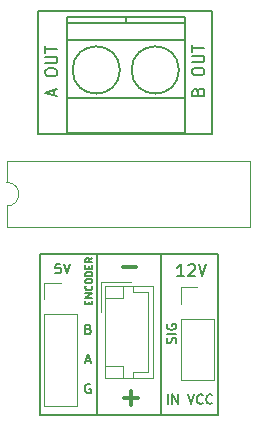
<source format=gto>
G04 #@! TF.FileFunction,Legend,Top*
%FSLAX46Y46*%
G04 Gerber Fmt 4.6, Leading zero omitted, Abs format (unit mm)*
G04 Created by KiCad (PCBNEW 4.0.6+dfsg1-1) date Mon Feb 26 15:43:31 2018*
%MOMM*%
%LPD*%
G01*
G04 APERTURE LIST*
%ADD10C,0.100000*%
%ADD11C,0.200000*%
%ADD12C,0.150000*%
%ADD13C,0.300000*%
%ADD14C,0.120000*%
G04 APERTURE END LIST*
D10*
D11*
X17856200Y34366200D02*
X3124200Y34366200D01*
X17856200Y23952200D02*
X17856200Y34366200D01*
X3124200Y23952200D02*
X17856200Y23952200D01*
X3124200Y34366200D02*
X3124200Y23952200D01*
X16641771Y27548105D02*
X16689390Y27690962D01*
X16737010Y27738581D01*
X16832248Y27786200D01*
X16975105Y27786200D01*
X17070343Y27738581D01*
X17117962Y27690962D01*
X17165581Y27595724D01*
X17165581Y27214771D01*
X16165581Y27214771D01*
X16165581Y27548105D01*
X16213200Y27643343D01*
X16260819Y27690962D01*
X16356057Y27738581D01*
X16451295Y27738581D01*
X16546533Y27690962D01*
X16594152Y27643343D01*
X16641771Y27548105D01*
X16641771Y27214771D01*
X16165581Y29167152D02*
X16165581Y29357629D01*
X16213200Y29452867D01*
X16308438Y29548105D01*
X16498914Y29595724D01*
X16832248Y29595724D01*
X17022724Y29548105D01*
X17117962Y29452867D01*
X17165581Y29357629D01*
X17165581Y29167152D01*
X17117962Y29071914D01*
X17022724Y28976676D01*
X16832248Y28929057D01*
X16498914Y28929057D01*
X16308438Y28976676D01*
X16213200Y29071914D01*
X16165581Y29167152D01*
X16165581Y30024295D02*
X16975105Y30024295D01*
X17070343Y30071914D01*
X17117962Y30119533D01*
X17165581Y30214771D01*
X17165581Y30405248D01*
X17117962Y30500486D01*
X17070343Y30548105D01*
X16975105Y30595724D01*
X16165581Y30595724D01*
X16165581Y30929057D02*
X16165581Y31500486D01*
X17165581Y31214771D02*
X16165581Y31214771D01*
X4433867Y27238581D02*
X4433867Y27714772D01*
X4719581Y27143343D02*
X3719581Y27476676D01*
X4719581Y27810010D01*
X3719581Y29095724D02*
X3719581Y29286201D01*
X3767200Y29381439D01*
X3862438Y29476677D01*
X4052914Y29524296D01*
X4386248Y29524296D01*
X4576724Y29476677D01*
X4671962Y29381439D01*
X4719581Y29286201D01*
X4719581Y29095724D01*
X4671962Y29000486D01*
X4576724Y28905248D01*
X4386248Y28857629D01*
X4052914Y28857629D01*
X3862438Y28905248D01*
X3767200Y29000486D01*
X3719581Y29095724D01*
X3719581Y29952867D02*
X4529105Y29952867D01*
X4624343Y30000486D01*
X4671962Y30048105D01*
X4719581Y30143343D01*
X4719581Y30333820D01*
X4671962Y30429058D01*
X4624343Y30476677D01*
X4529105Y30524296D01*
X3719581Y30524296D01*
X3719581Y30857629D02*
X3719581Y31429058D01*
X4719581Y31143343D02*
X3719581Y31143343D01*
D12*
X7399343Y9577629D02*
X7399343Y9777629D01*
X7713629Y9863343D02*
X7713629Y9577629D01*
X7113629Y9577629D01*
X7113629Y9863343D01*
X7713629Y10120486D02*
X7113629Y10120486D01*
X7713629Y10463343D01*
X7113629Y10463343D01*
X7656486Y11091914D02*
X7685057Y11063343D01*
X7713629Y10977629D01*
X7713629Y10920486D01*
X7685057Y10834771D01*
X7627914Y10777629D01*
X7570771Y10749057D01*
X7456486Y10720486D01*
X7370771Y10720486D01*
X7256486Y10749057D01*
X7199343Y10777629D01*
X7142200Y10834771D01*
X7113629Y10920486D01*
X7113629Y10977629D01*
X7142200Y11063343D01*
X7170771Y11091914D01*
X7113629Y11463343D02*
X7113629Y11577629D01*
X7142200Y11634771D01*
X7199343Y11691914D01*
X7313629Y11720486D01*
X7513629Y11720486D01*
X7627914Y11691914D01*
X7685057Y11634771D01*
X7713629Y11577629D01*
X7713629Y11463343D01*
X7685057Y11406200D01*
X7627914Y11349057D01*
X7513629Y11320486D01*
X7313629Y11320486D01*
X7199343Y11349057D01*
X7142200Y11406200D01*
X7113629Y11463343D01*
X7713629Y11977628D02*
X7113629Y11977628D01*
X7113629Y12120485D01*
X7142200Y12206200D01*
X7199343Y12263342D01*
X7256486Y12291914D01*
X7370771Y12320485D01*
X7456486Y12320485D01*
X7570771Y12291914D01*
X7627914Y12263342D01*
X7685057Y12206200D01*
X7713629Y12120485D01*
X7713629Y11977628D01*
X7399343Y12577628D02*
X7399343Y12777628D01*
X7713629Y12863342D02*
X7713629Y12577628D01*
X7113629Y12577628D01*
X7113629Y12863342D01*
X7713629Y13463342D02*
X7427914Y13263342D01*
X7713629Y13120485D02*
X7113629Y13120485D01*
X7113629Y13349057D01*
X7142200Y13406199D01*
X7170771Y13434771D01*
X7227914Y13463342D01*
X7313629Y13463342D01*
X7370771Y13434771D01*
X7399343Y13406199D01*
X7427914Y13349057D01*
X7427914Y13120485D01*
D11*
X7524724Y2762200D02*
X7448533Y2800295D01*
X7334248Y2800295D01*
X7219962Y2762200D01*
X7143771Y2686010D01*
X7105676Y2609819D01*
X7067581Y2457438D01*
X7067581Y2343152D01*
X7105676Y2190771D01*
X7143771Y2114581D01*
X7219962Y2038390D01*
X7334248Y2000295D01*
X7410438Y2000295D01*
X7524724Y2038390D01*
X7562819Y2076486D01*
X7562819Y2343152D01*
X7410438Y2343152D01*
X7124724Y4768867D02*
X7505676Y4768867D01*
X7048533Y4540295D02*
X7315200Y5340295D01*
X7581867Y4540295D01*
X7372343Y7435843D02*
X7486629Y7397748D01*
X7524724Y7359652D01*
X7562819Y7283462D01*
X7562819Y7169176D01*
X7524724Y7092986D01*
X7486629Y7054890D01*
X7410438Y7016795D01*
X7105676Y7016795D01*
X7105676Y7816795D01*
X7372343Y7816795D01*
X7448533Y7778700D01*
X7486629Y7740605D01*
X7524724Y7664414D01*
X7524724Y7588224D01*
X7486629Y7512033D01*
X7448533Y7473938D01*
X7372343Y7435843D01*
X7105676Y7435843D01*
X5003820Y12960295D02*
X4622867Y12960295D01*
X4584772Y12579343D01*
X4622867Y12617438D01*
X4699058Y12655533D01*
X4889534Y12655533D01*
X4965724Y12617438D01*
X5003820Y12579343D01*
X5041915Y12503152D01*
X5041915Y12312676D01*
X5003820Y12236486D01*
X4965724Y12198390D01*
X4889534Y12160295D01*
X4699058Y12160295D01*
X4622867Y12198390D01*
X4584772Y12236486D01*
X5270486Y12960295D02*
X5537153Y12160295D01*
X5803820Y12960295D01*
X14751010Y6242153D02*
X14789105Y6356439D01*
X14789105Y6546915D01*
X14751010Y6623105D01*
X14712914Y6661201D01*
X14636724Y6699296D01*
X14560533Y6699296D01*
X14484343Y6661201D01*
X14446248Y6623105D01*
X14408152Y6546915D01*
X14370057Y6394534D01*
X14331962Y6318343D01*
X14293867Y6280248D01*
X14217676Y6242153D01*
X14141486Y6242153D01*
X14065295Y6280248D01*
X14027200Y6318343D01*
X13989105Y6394534D01*
X13989105Y6585010D01*
X14027200Y6699296D01*
X14789105Y7042153D02*
X13989105Y7042153D01*
X14027200Y7842153D02*
X13989105Y7765962D01*
X13989105Y7651677D01*
X14027200Y7537391D01*
X14103390Y7461200D01*
X14179581Y7423105D01*
X14331962Y7385010D01*
X14446248Y7385010D01*
X14598629Y7423105D01*
X14674819Y7461200D01*
X14751010Y7537391D01*
X14789105Y7651677D01*
X14789105Y7727867D01*
X14751010Y7842153D01*
X14712914Y7880248D01*
X14446248Y7880248D01*
X14446248Y7727867D01*
X15459153Y11942819D02*
X14887724Y11942819D01*
X15173438Y11942819D02*
X15173438Y12942819D01*
X15078200Y12799962D01*
X14982962Y12704724D01*
X14887724Y12657105D01*
X15840105Y12847581D02*
X15887724Y12895200D01*
X15982962Y12942819D01*
X16221058Y12942819D01*
X16316296Y12895200D01*
X16363915Y12847581D01*
X16411534Y12752343D01*
X16411534Y12657105D01*
X16363915Y12514248D01*
X15792486Y11942819D01*
X16411534Y11942819D01*
X16697248Y12942819D02*
X17030581Y11942819D01*
X17363915Y12942819D01*
X14084534Y1111295D02*
X14084534Y1911295D01*
X14465486Y1111295D02*
X14465486Y1911295D01*
X14922629Y1111295D01*
X14922629Y1911295D01*
X15798819Y1911295D02*
X16065486Y1111295D01*
X16332153Y1911295D01*
X17055962Y1187486D02*
X17017867Y1149390D01*
X16903581Y1111295D01*
X16827391Y1111295D01*
X16713105Y1149390D01*
X16636914Y1225581D01*
X16598819Y1301771D01*
X16560724Y1454152D01*
X16560724Y1568438D01*
X16598819Y1720819D01*
X16636914Y1797010D01*
X16713105Y1873200D01*
X16827391Y1911295D01*
X16903581Y1911295D01*
X17017867Y1873200D01*
X17055962Y1835105D01*
X17855962Y1187486D02*
X17817867Y1149390D01*
X17703581Y1111295D01*
X17627391Y1111295D01*
X17513105Y1149390D01*
X17436914Y1225581D01*
X17398819Y1301771D01*
X17360724Y1454152D01*
X17360724Y1568438D01*
X17398819Y1720819D01*
X17436914Y1797010D01*
X17513105Y1873200D01*
X17627391Y1911295D01*
X17703581Y1911295D01*
X17817867Y1873200D01*
X17855962Y1835105D01*
D13*
X10426772Y1620057D02*
X11569629Y1620057D01*
X10998200Y1048629D02*
X10998200Y2191486D01*
X10299772Y12669057D02*
X11442629Y12669057D01*
D11*
X3251200Y203200D02*
X8077200Y203200D01*
X3251200Y13792200D02*
X3251200Y203200D01*
X8077200Y13792200D02*
X3251200Y13792200D01*
X18364200Y13792200D02*
X13411200Y13792200D01*
X18364200Y203200D02*
X18364200Y13792200D01*
X13538200Y203200D02*
X18364200Y203200D01*
X13538200Y13792200D02*
X8077200Y13792200D01*
X13538200Y203200D02*
X13538200Y13792200D01*
X8077200Y203200D02*
X13538200Y203200D01*
X8077200Y13792200D02*
X8077200Y203200D01*
D14*
X15196200Y8331200D02*
X15196200Y3131200D01*
X15196200Y3131200D02*
X17976200Y3131200D01*
X17976200Y3131200D02*
X17976200Y8331200D01*
X17976200Y8331200D02*
X15196200Y8331200D01*
X15196200Y9601200D02*
X15196200Y10991200D01*
X15196200Y10991200D02*
X16586200Y10991200D01*
D12*
X10530200Y33386200D02*
X10530200Y33886200D01*
X10030200Y29386200D02*
G75*
G03X10030200Y29386200I-2000000J0D01*
G01*
X15030200Y29386200D02*
G75*
G03X15030200Y29386200I-2000000J0D01*
G01*
X15530200Y31886200D02*
X5530200Y31886200D01*
X15530200Y26986200D02*
X5530200Y26986200D01*
X15530200Y33386200D02*
X5530200Y33386200D01*
X15530200Y33886200D02*
X5530200Y33886200D01*
X5530200Y33886200D02*
X5530200Y24086200D01*
X5530200Y24086200D02*
X15530200Y24086200D01*
X15530200Y24086200D02*
X15530200Y33886200D01*
D14*
X464200Y19872200D02*
G75*
G02X464200Y17872200I0J-1000000D01*
G01*
X464200Y17872200D02*
X464200Y16102200D01*
X464200Y16102200D02*
X21024200Y16102200D01*
X21024200Y16102200D02*
X21024200Y21642200D01*
X21024200Y21642200D02*
X464200Y21642200D01*
X464200Y21642200D02*
X464200Y19872200D01*
X12875200Y11108200D02*
X8775200Y11108200D01*
X8775200Y11108200D02*
X8775200Y3308200D01*
X8775200Y3308200D02*
X12875200Y3308200D01*
X12875200Y3308200D02*
X12875200Y11108200D01*
X11125200Y11108200D02*
X11125200Y10608200D01*
X11125200Y10608200D02*
X12375200Y10608200D01*
X12375200Y10608200D02*
X12375200Y3808200D01*
X12375200Y3808200D02*
X11125200Y3808200D01*
X11125200Y3808200D02*
X11125200Y3308200D01*
X10275200Y11108200D02*
X10275200Y10108200D01*
X10275200Y10108200D02*
X8775200Y10108200D01*
X10275200Y3308200D02*
X10275200Y4308200D01*
X10275200Y4308200D02*
X8775200Y4308200D01*
X10975200Y11408200D02*
X8475200Y11408200D01*
X8475200Y11408200D02*
X8475200Y8908200D01*
X3639200Y8712200D02*
X3639200Y972200D01*
X3639200Y972200D02*
X6419200Y972200D01*
X6419200Y972200D02*
X6419200Y8712200D01*
X6419200Y8712200D02*
X3639200Y8712200D01*
X3639200Y9982200D02*
X3639200Y11372200D01*
X3639200Y11372200D02*
X5029200Y11372200D01*
M02*

</source>
